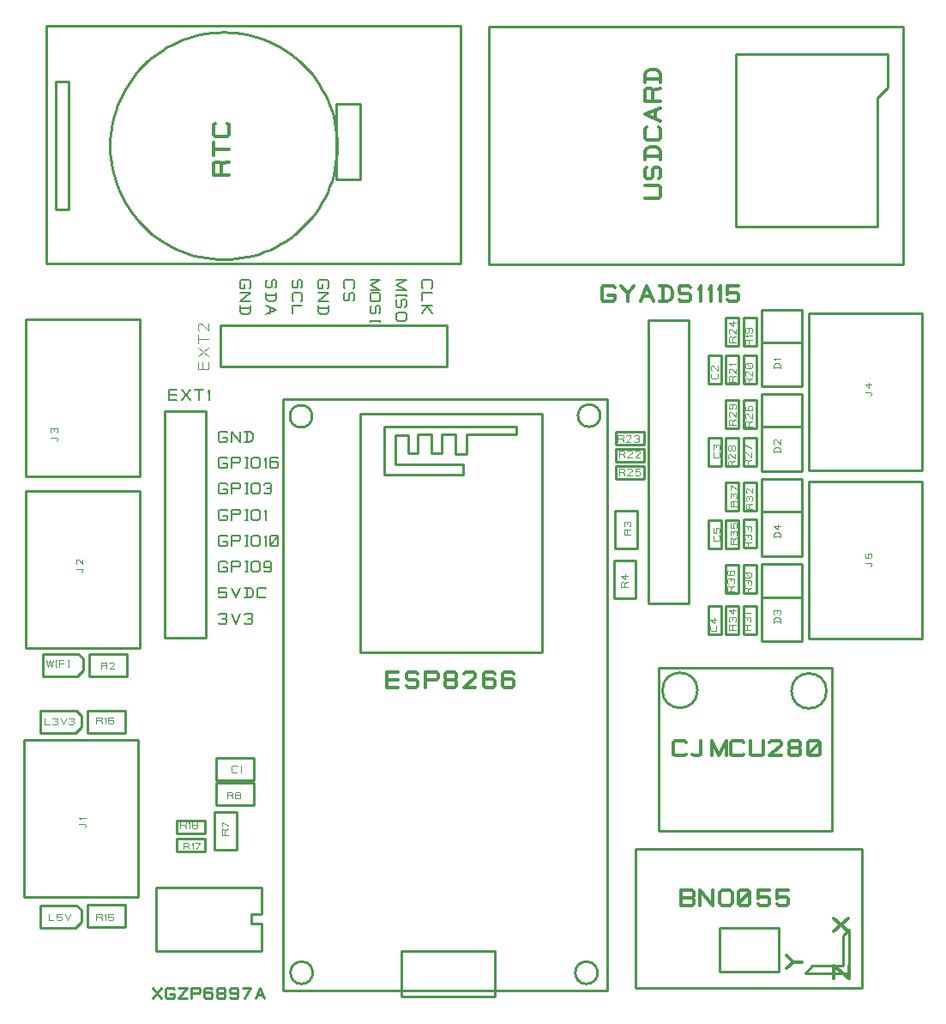
<source format=gbr>
G70*
%FSLAX55Y55*%
%ADD11C,0.01000*%
%ADD12C,0.00800*%
%ADD13C,0.00394*%
%ADD14C,0.01200*%
%ADD15C,0.00100*%
D11*
X55402Y237250D02*
X55402Y149219D01*
X71228Y149219*
X71228Y237250*
X55402Y237250*
D12*
X56996Y240557D02*
X59913Y241599*
X56996Y241599D01*
X56996Y245557*
X59913Y245557*
X59913Y243682D02*
X56996Y243682D01*
X61995Y241599D02*
X65329Y245557D01*
X61995Y245557D02*
X65329Y241599D01*
X66995Y245557D02*
X70328Y245557D01*
X68661Y245557D02*
X68661Y241599D01*
X72723Y241599D02*
X72723Y245557D01*
X72307Y244724*
D11*
X45579Y145479D02*
X45579Y206502D01*
X01287Y206502*
X01287Y145479*
X45579Y145479*
D13*
X23925Y174809D02*
X23007Y174809*
X23269Y175072D01*
X23269Y175859*
X23007Y176122*
X20776Y176122*
X21038Y177959D02*
X20776Y178221D01*
X20776Y179534*
X21038Y179796*
X21563Y179796*
X21825Y179534*
X23269Y177959*
X23269Y179796*
D11*
X59764Y78491D02*
X70764Y78491D01*
X70764Y73491*
X59764Y73491*
X59764Y78491*
D13*
X61327Y74809D02*
X61327Y75466*
X61327Y77959D01*
X63164Y77959*
X63426Y77697*
X63426Y77040*
X63164Y76778*
X61327Y76778*
X62902Y76778D02*
X63164Y76778D01*
X63426Y75466*
X64935Y75466D02*
X64935Y77959D01*
X64673Y77434*
X66051Y75728D02*
X66051Y76515D01*
X66313Y76778*
X67626Y76778*
X67888Y77040*
X67888Y77697*
X67626Y77959*
X66313Y77959*
X66051Y77697*
X66051Y77040*
X66313Y76778*
X67626Y76778*
X67888Y76515*
X67888Y75728*
X67626Y75466*
X66313Y75466*
X66051Y75728*
D11*
X89949Y84416D02*
X75185Y84416D01*
X75185Y92920*
X89949Y92920*
X89949Y84416*
D13*
X79437Y86227D02*
X79437Y86883*
X79437Y89376D01*
X81274Y89376*
X81537Y89114*
X81537Y88458*
X81274Y88195*
X79437Y88195*
X81012Y88195D02*
X81274Y88195D01*
X81537Y86883*
X82586Y87145D02*
X82586Y87933D01*
X82849Y88195*
X84161Y88195*
X84424Y88458*
X84424Y89114*
X84161Y89376*
X82849Y89376*
X82586Y89114*
X82586Y88458*
X82849Y88195*
X84161Y88195*
X84424Y87933*
X84424Y87145*
X84161Y86883*
X82849Y86883*
X82586Y87145*
D11*
X121996Y327250D02*
X131130Y327250D01*
X131130Y356620*
X121996Y356620*
X121996Y327250*
X12744Y315597D02*
X17823Y315597D01*
X17823Y365243*
X12744Y365243*
X12744Y315597*
X09319Y386975D02*
X09319Y294534D01*
X170382Y294534*
X170382Y386975*
X09319Y386975*
X78138Y296306D02*
X75827Y296366D01*
X73525Y296547*
X71233Y296848*
X68962Y297270*
X66715Y297809*
X64500Y298465*
X62322Y299237*
X60187Y300121*
X58101Y301116*
X56071Y302218*
X54101Y303425*
X52196Y304735*
X50363Y306141*
X48606Y307642*
X46930Y309232*
X45341Y310908*
X43840Y312664*
X42433Y314498*
X41124Y316403*
X39917Y318372*
X38815Y320403*
X37819Y322488*
X36935Y324623*
X36163Y326802*
X35507Y329017*
X34969Y331264*
X34547Y333535*
X34245Y335827*
X34065Y338129*
X34004Y340439*
X34065Y342750*
X34245Y345052*
X34547Y347344*
X34969Y349615*
X35507Y351862*
X36163Y354077*
X36935Y356255*
X37819Y358391*
X38815Y360476*
X39917Y362506*
X41124Y364476*
X42433Y366381*
X43840Y368214*
X45341Y369971*
X46930Y371647*
X48606Y373237*
X50363Y374737*
X52196Y376144*
X54101Y377453*
X56071Y378660*
X58101Y379762*
X60187Y380758*
X62322Y381642*
X64500Y382414*
X66715Y383070*
X68962Y383609*
X71233Y384030*
X73525Y384332*
X75827Y384513*
X78138Y384573*
X80448Y384513*
X82751Y384332*
X85042Y384030*
X87314Y383609*
X89561Y383070*
X91775Y382414*
X93954Y381642*
X96089Y380758*
X98175Y379762*
X100205Y378660*
X102174Y377453*
X104079Y376144*
X105913Y374737*
X107669Y373237*
X109345Y371647*
X110935Y369971*
X112436Y368214*
X113842Y366381*
X115152Y364476*
X116359Y362506*
X117461Y360476*
X118456Y358391*
X119340Y356255*
X120112Y354077*
X120768Y351862*
X121307Y349615*
X121729Y347344*
X122031Y345052*
X122211Y342750*
X122272Y340439*
X122211Y338129*
X122031Y335827*
X121729Y333535*
X121307Y331264*
X120768Y329017*
X120112Y326802*
X119340Y324623*
X118456Y322488*
X117461Y320403*
X116359Y318372*
X115152Y316403*
X113842Y314498*
X112436Y312664*
X110935Y310908*
X109345Y309232*
X107669Y307642*
X105913Y306141*
X104079Y304735*
X102174Y303425*
X100205Y302218*
X98175Y301116*
X96089Y300121*
X93954Y299237*
X91775Y298465*
X89561Y297809*
X87314Y297270*
X85042Y296848*
X82751Y296547*
X80448Y296366*
X78138Y296306*
D14*
X81799Y329140D02*
X80237Y329140*
X74299Y329140D01*
X74299Y333515*
X74924Y334140*
X76487Y334140*
X77112Y333515*
X77112Y329140*
X77112Y332890D02*
X77112Y333515D01*
X80237Y334140*
X74299Y336640D02*
X74299Y341640D01*
X74299Y339140D02*
X80237Y339140D01*
X79612Y349139D02*
X80237Y348514D01*
X80237Y344764*
X79612Y344139*
X74924Y344139*
X74299Y344764*
X74299Y348514*
X74924Y349139*
D11*
X108217Y231030D02*
G75*
G02X108217Y239691I00000J04331D01*
G02X108217Y231030I00000J-04331*
G01X101209Y242054D02*
X101209Y12369D01*
X227114Y12369*
X227114Y242054*
X101209Y242054*
X220185Y231266D02*
G75*
G02X220185Y239928I00000J04331D01*
G02X220185Y231266I00000J-04331*
G01X147193Y09888D02*
X183689Y09888D01*
X183689Y27644*
X147193Y27644*
X147193Y09888*
X108453Y14928D02*
G75*
G02X108453Y23589I00000J04331D01*
G02X108453Y14928I00000J-04331*
G01X219161Y14928D02*
G75*
G02X219161Y23589I00000J04331D01*
G02X219161Y14928I00000J-04331*
G01X131248Y143628D02*
X201917Y143628D01*
X201917Y236345*
X131248Y236345*
X131248Y143628*
X191917Y231306D02*
X140736Y231306D01*
X140736Y212802*
X171406Y212802*
X171406Y216620*
X144791Y216620*
X144791Y227998*
X149870Y227998*
X149870Y221148*
X153689Y221148*
X153689Y228274*
X159004Y228274*
X159004Y220912*
X163059Y220912*
X163059Y228274*
X168374Y228274*
X168374Y220676*
X172429Y220676*
X172429Y228510*
X191917Y228510*
X191917Y231306*
D14*
X141642Y128353D02*
X146017Y129915*
X141642Y129915D01*
X141642Y135853*
X146017Y135853*
X146017Y133040D02*
X141642Y133040D01*
X149141Y130540D02*
X149766Y129915D01*
X152891Y129915*
X153516Y130540*
X153516Y132415*
X152891Y133040*
X149766Y133040*
X149141Y133665*
X149141Y135228*
X149766Y135853*
X152891Y135853*
X153516Y135228*
X156641Y129915D02*
X156641Y135853D01*
X161016Y135853*
X161641Y135228*
X161641Y133665*
X161016Y133040*
X156641Y133040*
X164140Y130540D02*
X164140Y132415D01*
X164765Y133040*
X167890Y133040*
X168515Y133665*
X168515Y135228*
X167890Y135853*
X164765Y135853*
X164140Y135228*
X164140Y133665*
X164765Y133040*
X167890Y133040*
X168515Y132415*
X168515Y130540*
X167890Y129915*
X164765Y129915*
X164140Y130540*
X171640Y135228D02*
X172265Y135853D01*
X175390Y135853*
X176015Y135228*
X176015Y133978*
X175390Y133353*
X171640Y129915*
X176015Y129915*
X179139Y132728D02*
X179764Y133353D01*
X182889Y133353*
X183514Y132728*
X183514Y130540*
X182889Y129915*
X179764Y129915*
X179139Y130540*
X179139Y135228*
X179764Y135853*
X182889Y135853*
X183514Y135228*
X186639Y132728D02*
X187264Y133353D01*
X190389Y133353*
X191014Y132728*
X191014Y130540*
X190389Y129915*
X187264Y129915*
X186639Y130540*
X186639Y135228*
X187264Y135853*
X190389Y135853*
X191014Y135228*
D11*
X76839Y254711D02*
X164870Y254711D01*
X164870Y270538*
X76839Y270538*
X76839Y254711*
D15*
X73138Y253550D02*
X72096Y256466*
X72096Y253550D01*
X68138Y253550*
X68138Y256466*
X70013Y256466D02*
X70013Y253550D01*
X72096Y258549D02*
X68138Y261882D01*
X68138Y258549D02*
X72096Y261882D01*
X68138Y263548D02*
X68138Y266882D01*
X68138Y265215D02*
X72096Y265215D01*
X68554Y268548D02*
X68138Y268964D01*
X68138Y271048*
X68554Y271464*
X69388Y271464*
X69804Y271048*
X72096Y268548*
X72096Y271464*
D11*
X40736Y134416D02*
X25972Y134416D01*
X25972Y142920*
X40736Y142920*
X40736Y134416*
D13*
X30618Y136620D02*
X30618Y137277*
X30618Y139770D01*
X32455Y139770*
X32718Y139508*
X32718Y138851*
X32455Y138589*
X30618Y138589*
X32193Y138589D02*
X32455Y138589D01*
X32718Y137277*
X33767Y139508D02*
X34030Y139770D01*
X35342Y139770*
X35605Y139508*
X35605Y138983*
X35342Y138720*
X33767Y137277*
X35605Y137277*
D11*
X06996Y45479D02*
X20894Y45479D01*
X22783Y43589*
X22783Y38943*
X20539Y36699*
X06996Y36699*
X06996Y45479*
D13*
X10147Y38983D02*
X11984Y39639*
X10147Y39639D01*
X10147Y42132*
X13296Y39901D02*
X13558Y39639D01*
X14871Y39639*
X15133Y39901*
X15133Y40820*
X14871Y41082*
X13558Y41082*
X13296Y40820*
X13296Y42132*
X15133Y42132*
X16445Y42132D02*
X17495Y39639D01*
X18545Y42132*
D11*
X06996Y121069D02*
X20894Y121069D01*
X22783Y119180*
X22783Y114534*
X20539Y112290*
X06996Y112290*
X06996Y121069*
D13*
X08572Y114967D02*
X10409Y115623*
X08572Y115623D01*
X08572Y118117*
X11721Y117854D02*
X11984Y118117D01*
X13296Y118117*
X13559Y117854*
X13559Y117198*
X13296Y116935*
X12509Y116935*
X13296Y116935*
X13559Y116673*
X13559Y116017*
X13296Y115623*
X11984Y115623*
X11721Y115886*
X14871Y118117D02*
X15921Y115623D01*
X16970Y118117*
X18020Y117854D02*
X18282Y118117D01*
X19595Y118117*
X19857Y117854*
X19857Y117198*
X19595Y116935*
X18807Y116935*
X19595Y116935*
X19857Y116673*
X19857Y116017*
X19595Y115623*
X18282Y115623*
X18020Y115886*
D11*
X230382Y183983D02*
X230382Y198746D01*
X238886Y198746*
X238886Y183983*
X230382Y183983*
D13*
X236917Y189376D02*
X236261Y189376*
X233768Y189376D01*
X233768Y191214*
X234030Y191476*
X234686Y191476*
X234949Y191214*
X234949Y189376*
X234949Y190951D02*
X234949Y191214D01*
X236261Y191476*
X234030Y192526D02*
X233768Y192788D01*
X233768Y194100*
X234030Y194363*
X234686Y194363*
X234949Y194100*
X234949Y193313*
X234949Y194100*
X235211Y194363*
X235867Y194363*
X236261Y194100*
X236261Y192788*
X235999Y192526*
D11*
X336169Y376069D02*
X336169Y362920D01*
X332114Y358865*
X332114Y309180*
X277114Y309180*
X277114Y376069*
X336169Y376069*
X181169Y386660D02*
X181169Y294219D01*
X342232Y294219*
X342232Y386660*
X181169Y386660*
D14*
X249516Y320085D02*
X242016Y320085*
X247328Y320085D01*
X247953Y320710*
X247953Y324460*
X247328Y325085*
X242016Y325085*
X247328Y327585D02*
X247953Y328210D01*
X247953Y331335*
X247328Y331960*
X245453Y331960*
X244828Y331335*
X244828Y328210*
X244203Y327585*
X242641Y327585*
X242016Y328210*
X242016Y331335*
X242641Y331960*
X242016Y335084D02*
X242016Y338209D01*
X242641Y339459*
X243891Y340084*
X246078Y340084*
X247328Y339459*
X247953Y338209*
X247953Y335084*
X247953Y336334D02*
X242016Y336334D01*
X247328Y347584D02*
X247953Y346959D01*
X247953Y343209*
X247328Y342584*
X242641Y342584*
X242016Y343209*
X242016Y346959*
X242641Y347584*
X247953Y350083D02*
X242016Y352583D01*
X247953Y355083*
X245766Y351021D02*
X245766Y354146D01*
X247953Y357583D02*
X242016Y357583D01*
X242016Y361958*
X242641Y362583*
X244203Y362583*
X244828Y361958*
X244828Y357583*
X244828Y361333D02*
X244828Y361958D01*
X247953Y362583*
X242016Y365082D02*
X242016Y368207D01*
X242641Y369457*
X243891Y370082*
X246078Y370082*
X247328Y369457*
X247953Y368207*
X247953Y365082*
X247953Y366332D02*
X242016Y366332D01*
D11*
X83217Y81778D02*
X83217Y67014D01*
X74713Y67014*
X74713Y81778*
X83217Y81778*
D13*
X80618Y72841D02*
X79962Y72841*
X77469Y72841D01*
X77469Y74678*
X77731Y74941*
X78387Y74941*
X78650Y74678*
X78650Y72841*
X78650Y74416D02*
X78650Y74678D01*
X79962Y74941*
X77469Y75990D02*
X77469Y77827D01*
X79962Y76253*
D11*
X326406Y67211D02*
X238374Y67211D01*
X238374Y13510*
X326406Y13510*
X326406Y67211*
X321209Y19061D02*
X304201Y19061D01*
X306996Y21857*
X318925Y21857*
X318925Y33746*
X321209Y36030*
X321209Y19061*
X270776Y36817D02*
X270776Y19809D01*
X294043Y19809*
X294043Y36817*
X270776Y36817*
D14*
X322606Y35381D02*
X321044Y35381*
X315106Y40381D01*
X315106Y35381D02*
X321044Y40381D01*
X304378Y20932D02*
X296878Y20932*
X299690Y23432D01*
X296878Y25932*
X299690Y23432D02*
X302815Y23432D01*
X322882Y16877D02*
X315382Y16877*
X315382Y21877D01*
X321319Y16877*
X321319Y21877*
X255815Y43707D02*
X255815Y45270*
X255815Y51207D01*
X260190Y51207*
X260815Y50582*
X260815Y49020*
X260190Y48395*
X255815Y48395D02*
X260190Y48395D01*
X260815Y47770*
X260815Y45895*
X260190Y45270*
X255815Y45270*
X263314Y45270D02*
X263314Y51207D01*
X268314Y45270*
X268314Y51207*
X275814Y46207D02*
X274876Y45270D01*
X271751Y45270*
X270814Y46207*
X270814Y50270*
X271751Y51207*
X274876Y51207*
X275814Y50270*
X275814Y46207*
X282689Y45895D02*
X282064Y45270D01*
X278939Y45270*
X278314Y45895*
X278314Y50582*
X278939Y51207*
X282064Y51207*
X282689Y50582*
X282689Y45895*
X278314Y45895D02*
X282689Y50582D01*
X285813Y45895D02*
X286438Y45270D01*
X289563Y45270*
X290188Y45895*
X290188Y48082*
X289563Y48707*
X286438Y48707*
X285813Y48082*
X285813Y51207*
X290188Y51207*
X293313Y45895D02*
X293938Y45270D01*
X297063Y45270*
X297688Y45895*
X297688Y48082*
X297063Y48707*
X293938Y48707*
X293313Y48082*
X293313Y51207*
X297688Y51207*
D11*
X266701Y183876D02*
X266701Y194876D01*
X271701Y194876*
X271701Y183876*
X266701Y183876*
D13*
X271563Y187014D02*
X270644Y189114*
X270907Y188851D01*
X270907Y187277*
X270644Y187014*
X268676Y187014*
X268413Y187277*
X268413Y188851*
X268676Y189114*
X270644Y190163D02*
X270907Y190426D01*
X270907Y191738*
X270644Y192001*
X269726Y192001*
X269463Y191738*
X269463Y190426*
X269726Y190163*
X268413Y190163*
X268413Y192001*
D11*
X285087Y259050D02*
X285087Y248050D01*
X280087Y248050*
X280087Y259050*
X285087Y259050*
D13*
X284161Y247795D02*
X283505Y247795*
X281012Y247795D01*
X281012Y249632*
X281274Y249894*
X281930Y249894*
X282193Y249632*
X282193Y247795*
X282193Y249369D02*
X282193Y249632D01*
X283505Y249894*
X281274Y250944D02*
X281012Y251206D01*
X281012Y252519*
X281274Y252781*
X281799Y252781*
X282062Y252519*
X283505Y250944*
X283505Y252781*
X283243Y255930D02*
X283505Y255668D01*
X283505Y254356*
X283243Y254093*
X281274Y254093*
X281012Y254356*
X281012Y255668*
X281274Y255930*
X283243Y255930*
X283243Y254093D02*
X281274Y255930D01*
D11*
X45579Y212014D02*
X45579Y273038D01*
X01287Y273038*
X01287Y212014*
X45579Y212014*
D13*
X14083Y225794D02*
X13164Y225794*
X13427Y226056D01*
X13427Y226844*
X13164Y227106*
X10933Y227106*
X11196Y228943D02*
X10933Y229205D01*
X10933Y230518*
X11196Y230780*
X11852Y230780*
X12114Y230518*
X12114Y229730*
X12114Y230518*
X12377Y230780*
X13033Y230780*
X13427Y230518*
X13427Y229205*
X13164Y228943*
D11*
X75224Y102605D02*
X89988Y102605D01*
X89988Y94101*
X75224Y94101*
X75224Y102605*
D13*
X81406Y96463D02*
X83505Y97382*
X83243Y97119D01*
X81668Y97119*
X81406Y97382*
X81406Y99350*
X81668Y99613*
X83243Y99613*
X83505Y99350*
X85014Y97119D02*
X85014Y99613D01*
X84752Y99088*
D11*
X07783Y143117D02*
X21681Y143117D01*
X23571Y141227*
X23571Y136581*
X21327Y134337*
X07783Y134337*
X07783Y143117*
D13*
X09359Y137408D02*
X09359Y140557*
X10015Y138064D01*
X10672Y140557*
X11328Y138064*
X11984Y140557*
X13033Y138064D02*
X13033Y140557D01*
X12771Y138064D02*
X13296Y138064D01*
X12771Y140557D02*
X13296Y140557D01*
X14083Y138064D02*
X14083Y140557D01*
X15920Y140557*
X15920Y139376D02*
X14083Y139376D01*
X17757Y138064D02*
X17757Y140557D01*
X17495Y138064D02*
X18020Y138064D01*
X17495Y140557D02*
X18020Y140557D01*
D11*
X312469Y128707D02*
G75*
G02X298846Y128707I-06811J00000D01*
G02X312469Y128707I06811J00000*
G01X262311Y128943D02*
G75*
G02X248689Y128943I-06811J00000D01*
G02X262311Y128943I06811J00000*
G01X247114Y74337D02*
X314594Y74337D01*
X314594Y137605*
X247114Y137605*
X247114Y74337*
D14*
X252905Y101955D02*
X257905Y104143*
X257280Y103518D01*
X253530Y103518*
X252905Y104143*
X252905Y108830*
X253530Y109455*
X257280Y109455*
X257905Y108830*
X260405Y104143D02*
X261030Y103518D01*
X262905Y103518*
X263530Y104143*
X263530Y109455*
X267904Y103518D02*
X267904Y109455D01*
X270717Y103518*
X273529Y109455*
X273529Y103518*
X280404Y104143D02*
X279779Y103518D01*
X276029Y103518*
X275404Y104143*
X275404Y108830*
X276029Y109455*
X279779Y109455*
X280404Y108830*
X282903Y109455D02*
X282903Y104143D01*
X283528Y103518*
X287278Y103518*
X287903Y104143*
X287903Y109455*
X290403Y108830D02*
X291028Y109455D01*
X294153Y109455*
X294778Y108830*
X294778Y107580*
X294153Y106955*
X290403Y103518*
X294778Y103518*
X297903Y104143D02*
X297903Y106018D01*
X298528Y106643*
X301653Y106643*
X302278Y107268*
X302278Y108830*
X301653Y109455*
X298528Y109455*
X297903Y108830*
X297903Y107268*
X298528Y106643*
X301653Y106643*
X302278Y106018*
X302278Y104143*
X301653Y103518*
X298528Y103518*
X297903Y104143*
X309777Y104143D02*
X309152Y103518D01*
X306027Y103518*
X305402Y104143*
X305402Y108830*
X306027Y109455*
X309152Y109455*
X309777Y108830*
X309777Y104143*
X305402Y104143D02*
X309777Y108830D01*
D11*
X92823Y52329D02*
X51878Y52329D01*
X51878Y27802*
X92823Y27802*
X92823Y38195*
X88886Y38195*
X88886Y42132*
X92823Y42132*
X92823Y52329*
X50697Y08274D02*
X50697Y09316*
X54030Y13274D01*
X50697Y13274D02*
X54030Y09316D01*
X57363Y10982D02*
X59030Y10982D01*
X59030Y09732*
X58613Y09316*
X56113Y09316*
X55696Y09732*
X55696Y12857*
X56113Y13274*
X58613Y13274*
X59030Y12857*
X60696Y13274D02*
X64029Y13274D01*
X60696Y09316*
X64029Y09316*
X65695Y09316D02*
X65695Y13274D01*
X68612Y13274*
X69028Y12857*
X69028Y11816*
X68612Y11399*
X65695Y11399*
X70694Y11191D02*
X71111Y11607D01*
X73194Y11607*
X73611Y11191*
X73611Y09732*
X73194Y09316*
X71111Y09316*
X70694Y09732*
X70694Y12857*
X71111Y13274*
X73194Y13274*
X73611Y12857*
X75694Y09732D02*
X75694Y10982D01*
X76110Y11399*
X78194Y11399*
X78610Y11816*
X78610Y12857*
X78194Y13274*
X76110Y13274*
X75694Y12857*
X75694Y11816*
X76110Y11399*
X78194Y11399*
X78610Y10982*
X78610Y09732*
X78194Y09316*
X76110Y09316*
X75694Y09732*
X83610Y11607D02*
X83193Y11191D01*
X80901Y11191*
X80693Y11607*
X80693Y12857*
X81110Y13274*
X83193Y13274*
X83610Y12857*
X83610Y09732*
X83193Y09316*
X81110Y09316*
X80693Y09732*
X85692Y13274D02*
X88609Y13274D01*
X86109Y09316*
X90692Y09316D02*
X92358Y13274D01*
X94025Y09316*
X91317Y10774D02*
X93400Y10774D01*
X285087Y209837D02*
X285087Y198837D01*
X280087Y198837*
X280087Y209837*
X285087Y209837*
D13*
X284299Y199220D02*
X283643Y199220*
X281150Y199220D01*
X281150Y201057*
X281412Y201320*
X282068Y201320*
X282331Y201057*
X282331Y199220*
X282331Y200795D02*
X282331Y201057D01*
X283643Y201320*
X281412Y202369D02*
X281150Y202632D01*
X281150Y203944*
X281412Y204206*
X282068Y204206*
X282331Y203944*
X282331Y203157*
X282331Y203944*
X282593Y204206*
X283249Y204206*
X283643Y203944*
X283643Y202632*
X283381Y202369*
X281412Y205518D02*
X281150Y205781D01*
X281150Y207093*
X281412Y207356*
X281937Y207356*
X282199Y207093*
X283643Y205518*
X283643Y207356*
D11*
X243197Y272841D02*
X243197Y162841D01*
X259024Y162841*
X259024Y272841*
X243197Y272841*
D14*
X225106Y278353D02*
X227606Y282415*
X230106Y282415D01*
X230106Y280540*
X229481Y279915*
X225731Y279915*
X225106Y280540*
X225106Y285228*
X225731Y285853*
X229481Y285853*
X230106Y285228*
X232606Y285853D02*
X235106Y283040D01*
X237606Y285853*
X235106Y283040D02*
X235106Y279915D01*
X240105Y279915D02*
X242605Y285853D01*
X245105Y279915*
X241043Y282103D02*
X244168Y282103D01*
X247605Y285853D02*
X250730Y285853D01*
X251980Y285228*
X252605Y283978*
X252605Y281790*
X251980Y280540*
X250730Y279915*
X247605Y279915*
X248855Y279915D02*
X248855Y285853D01*
X255104Y280540D02*
X255729Y279915D01*
X258854Y279915*
X259479Y280540*
X259479Y282415*
X258854Y283040*
X255729Y283040*
X255104Y283665*
X255104Y285228*
X255729Y285853*
X258854Y285853*
X259479Y285228*
X263698Y279915D02*
X263698Y285853D01*
X263073Y284603*
X267447Y279915D02*
X267447Y285853D01*
X266822Y284603*
X271197Y279915D02*
X271197Y285853D01*
X270572Y284603*
X273853Y280540D02*
X274478Y279915D01*
X277603Y279915*
X278228Y280540*
X278228Y282728*
X277603Y283353*
X274478Y283353*
X273853Y282728*
X273853Y285853*
X278228Y285853*
D11*
X266701Y150806D02*
X266701Y161806D01*
X271701Y161806*
X271701Y150806*
X266701Y150806*
D13*
X270382Y151975D02*
X269463Y154075*
X269726Y153812D01*
X269726Y152237*
X269463Y151975*
X267495Y151975*
X267232Y152237*
X267232Y153812*
X267495Y154075*
X269726Y156436D02*
X267232Y156436D01*
X268807Y155124*
X268807Y156961*
D11*
X44791Y48628D02*
X44791Y109652D01*
X00500Y109652*
X00500Y48628*
X44791Y48628*
D13*
X25106Y75597D02*
X24188Y75597*
X24450Y75859D01*
X24450Y76647*
X24188Y76909*
X21957Y76909*
X24450Y79205D02*
X21957Y79205D01*
X22482Y78943*
D11*
X273394Y248050D02*
X273394Y259050D01*
X278394Y259050*
X278394Y248050*
X273394Y248050*
D13*
X277862Y248825D02*
X277206Y248825*
X274713Y248825D01*
X274713Y250662*
X274975Y250925*
X275631Y250925*
X275894Y250662*
X275894Y248825*
X275894Y250400D02*
X275894Y250662D01*
X277206Y250925*
X274975Y251974D02*
X274713Y252237D01*
X274713Y253549*
X274975Y253812*
X275500Y253812*
X275762Y253549*
X277206Y251974*
X277206Y253812*
X277206Y255583D02*
X274713Y255583D01*
X275238Y255321*
D11*
X273394Y150806D02*
X273394Y161806D01*
X278394Y161806*
X278394Y150806*
X273394Y150806*
D13*
X277862Y152369D02*
X277206Y152369*
X274713Y152369D01*
X274713Y154206*
X274975Y154468*
X275631Y154468*
X275894Y154206*
X275894Y152369*
X275894Y153943D02*
X275894Y154206D01*
X277206Y154468*
X274975Y155518D02*
X274713Y155780D01*
X274713Y157093*
X274975Y157355*
X275631Y157355*
X275894Y157093*
X275894Y156305*
X275894Y157093*
X276156Y157355*
X276812Y157355*
X277206Y157093*
X277206Y155780*
X276944Y155518*
X277206Y159979D02*
X274713Y159979D01*
X276287Y158667*
X276287Y160504*
D11*
X266701Y248050D02*
X266701Y259050D01*
X271701Y259050*
X271701Y248050*
X266701Y248050*
D13*
X270776Y250006D02*
X269857Y252106*
X270119Y251844D01*
X270119Y250269*
X269857Y250006*
X267888Y250006*
X267626Y250269*
X267626Y251844*
X267888Y252106*
X267888Y253156D02*
X267626Y253418D01*
X267626Y254730*
X267888Y254993*
X268413Y254993*
X268676Y254730*
X270119Y253156*
X270119Y254993*
D11*
X305421Y275400D02*
X305421Y214376D01*
X349713Y214376*
X349713Y275400*
X305421Y275400*
D13*
X330618Y243314D02*
X329699Y243314*
X329962Y243576D01*
X329962Y244364*
X329699Y244626*
X327469Y244626*
X329962Y247776D02*
X327469Y247776D01*
X329043Y246463*
X329043Y248301*
D11*
X241630Y210892D02*
X230630Y210892D01*
X230630Y215892*
X241630Y215892*
X241630Y210892*
D13*
X231800Y211817D02*
X231800Y212473*
X231800Y214967D01*
X233637Y214967*
X233900Y214704*
X233900Y214048*
X233637Y213786*
X231800Y213786*
X233375Y213786D02*
X233637Y213786D01*
X233900Y212473*
X234949Y214704D02*
X235212Y214967D01*
X236524Y214967*
X236787Y214704*
X236787Y214180*
X236524Y213917*
X234949Y212473*
X236787Y212473*
X238099Y212736D02*
X238361Y212473D01*
X239674Y212473*
X239936Y212736*
X239936Y213655*
X239674Y213917*
X238361Y213917*
X238099Y213655*
X238099Y214967*
X239936Y214967*
D11*
X59764Y71404D02*
X70764Y71404D01*
X70764Y66404*
X59764Y66404*
X59764Y71404*
D13*
X62508Y66542D02*
X62508Y67198*
X62508Y69691D01*
X64345Y69691*
X64608Y69429*
X64608Y68773*
X64345Y68510*
X62508Y68510*
X64083Y68510D02*
X64345Y68510D01*
X64608Y67198*
X66116Y67198D02*
X66116Y69691D01*
X65854Y69166*
X67232Y69691D02*
X69069Y69691D01*
X67494Y67198*
D11*
X39949Y112369D02*
X25185Y112369D01*
X25185Y120872*
X39949Y120872*
X39949Y112369*
D13*
X28650Y115361D02*
X28650Y116017*
X28650Y118510D01*
X30487Y118510*
X30749Y118248*
X30749Y117592*
X30487Y117329*
X28650Y117329*
X30224Y117329D02*
X30487Y117329D01*
X30749Y116017*
X32258Y116017D02*
X32258Y118510D01*
X31996Y117985*
X33374Y117198D02*
X33636Y117460D01*
X34948Y117460*
X35211Y117198*
X35211Y116279*
X34948Y116017*
X33636Y116017*
X33374Y116279*
X33374Y118248*
X33636Y118510*
X34948Y118510*
X35211Y118248*
D11*
X305421Y210046D02*
X305421Y149022D01*
X349713Y149022*
X349713Y210046*
X305421Y210046*
D13*
X330618Y177172D02*
X329699Y177172*
X329962Y177435D01*
X329962Y178222*
X329699Y178485*
X327469Y178485*
X329699Y180322D02*
X329962Y180584D01*
X329962Y181896*
X329699Y182159*
X328781Y182159*
X328518Y181896*
X328518Y180584*
X328781Y180322*
X327469Y180322*
X327469Y182159*
D11*
X273394Y166554D02*
X273394Y177554D01*
X278394Y177554*
X278394Y166554*
X273394Y166554*
D13*
X277075Y167329D02*
X276419Y167329*
X273925Y167329D01*
X273925Y169166*
X274188Y169429*
X274844Y169429*
X275106Y169166*
X275106Y167329*
X275106Y168904D02*
X275106Y169166D01*
X276419Y169429*
X274188Y170478D02*
X273925Y170741D01*
X273925Y172053*
X274188Y172316*
X274844Y172316*
X275106Y172053*
X275106Y171266*
X275106Y172053*
X275369Y172316*
X276025Y172316*
X276419Y172053*
X276419Y170741*
X276156Y170478*
X275238Y173628D02*
X274975Y173890D01*
X274975Y175203*
X275238Y175465*
X276156Y175465*
X276419Y175203*
X276419Y173890*
X276156Y173628*
X274188Y173628*
X273925Y173890*
X273925Y175203*
X274188Y175465*
D11*
X39949Y37172D02*
X25185Y37172D01*
X25185Y45676*
X39949Y45676*
X39949Y37172*
D13*
X28650Y38983D02*
X28650Y39639*
X28650Y42132D01*
X30487Y42132*
X30749Y41870*
X30749Y41214*
X30487Y40951*
X28650Y40951*
X30224Y40951D02*
X30487Y40951D01*
X30749Y39639*
X32258Y39639D02*
X32258Y42132D01*
X31996Y41607*
X33374Y39901D02*
X33636Y39639D01*
X34948Y39639*
X35211Y39901*
X35211Y40820*
X34948Y41082*
X33636Y41082*
X33374Y40820*
X33374Y42132*
X35211Y42132*
D11*
X287311Y246857D02*
X287311Y276778D01*
X303059Y276778*
X303059Y246857*
X287311Y246857*
X303059Y263943D02*
X287311Y263943D01*
D13*
X295185Y253943D02*
X292035Y253943*
X292035Y255256D01*
X292298Y255781*
X292823Y256043*
X293741Y256043*
X294266Y255781*
X294529Y255256*
X294529Y253943*
X294529Y254468D02*
X292035Y254468D01*
X294529Y257552D02*
X292035Y257552D01*
X292560Y257289*
D11*
X285087Y161806D02*
X285087Y150806D01*
X280087Y150806*
X280087Y161806*
X285087Y161806*
D13*
X283512Y152369D02*
X282856Y152369*
X280362Y152369D01*
X280362Y154207*
X280625Y154469*
X281281Y154469*
X281543Y154207*
X281543Y152369*
X281543Y153944D02*
X281543Y154207D01*
X282856Y154469*
X280625Y155519D02*
X280362Y155781D01*
X280362Y157093*
X280625Y157356*
X281281Y157356*
X281543Y157093*
X281543Y156306*
X281543Y157093*
X281806Y157356*
X282462Y157356*
X282856Y157093*
X282856Y155781*
X282593Y155519*
X282856Y159127D02*
X280362Y159127D01*
X280887Y158865*
D11*
X285087Y195270D02*
X285087Y184270D01*
X280087Y184270*
X280087Y195270*
X285087Y195270*
D13*
X283768Y184409D02*
X283112Y184409*
X280618Y184409D01*
X280618Y186246*
X280881Y186509*
X281537Y186509*
X281799Y186246*
X281799Y184409*
X281799Y185984D02*
X281799Y186246D01*
X283112Y186509*
X280881Y187558D02*
X280618Y187821D01*
X280618Y189133*
X280881Y189395*
X281537Y189395*
X281799Y189133*
X281799Y188346*
X281799Y189133*
X282062Y189395*
X282718Y189395*
X283112Y189133*
X283112Y187821*
X282849Y187558*
X280881Y190707D02*
X280618Y190970D01*
X280618Y192282*
X280881Y192545*
X281537Y192545*
X281799Y192282*
X281799Y191495*
X281799Y192282*
X282062Y192545*
X282718Y192545*
X283112Y192282*
X283112Y190970*
X282849Y190707*
D11*
X273394Y230727D02*
X273394Y241727D01*
X278394Y241727*
X278394Y230727*
X273394Y230727*
D13*
X277862Y231896D02*
X277206Y231896*
X274713Y231896D01*
X274713Y233733*
X274975Y233996*
X275631Y233996*
X275894Y233733*
X275894Y231896*
X275894Y233471D02*
X275894Y233733D01*
X277206Y233996*
X274975Y235045D02*
X274713Y235308D01*
X274713Y236620*
X274975Y236883*
X275500Y236883*
X275762Y236620*
X277206Y235045*
X277206Y236883*
X275762Y240032D02*
X276025Y239769D01*
X276025Y238326*
X275762Y238195*
X274975Y238195*
X274713Y238457*
X274713Y239769*
X274975Y240032*
X276944Y240032*
X277206Y239769*
X277206Y238457*
X276944Y238195*
D11*
X238335Y179416D02*
X238335Y164652D01*
X229831Y164652*
X229831Y179416*
X238335Y179416*
D13*
X235736Y168905D02*
X235080Y168905*
X232587Y168905D01*
X232587Y170742*
X232849Y171004*
X233505Y171004*
X233768Y170742*
X233768Y168905*
X233768Y170479D02*
X233768Y170742D01*
X235080Y171004*
X235080Y173366D02*
X232587Y173366D01*
X234161Y172054*
X234161Y173891*
D11*
X273394Y198837D02*
X273394Y209837D01*
X278394Y209837*
X278394Y198837*
X273394Y198837*
D13*
X278256Y200400D02*
X277600Y200400*
X275106Y200400D01*
X275106Y202237*
X275369Y202500*
X276025Y202500*
X276287Y202237*
X276287Y200400*
X276287Y201975D02*
X276287Y202237D01*
X277600Y202500*
X275369Y203549D02*
X275106Y203812D01*
X275106Y205124*
X275369Y205387*
X276025Y205387*
X276287Y205124*
X276287Y204337*
X276287Y205124*
X276550Y205387*
X277206Y205387*
X277600Y205124*
X277600Y203812*
X277337Y203549*
X275106Y206699D02*
X275106Y208536D01*
X277600Y206961*
D11*
X285087Y241727D02*
X285087Y230727D01*
X280087Y230727*
X280087Y241727*
X285087Y241727*
D13*
X284161Y231259D02*
X283505Y231259*
X281012Y231259D01*
X281012Y233096*
X281274Y233359*
X281930Y233359*
X282193Y233096*
X282193Y231259*
X282193Y232834D02*
X282193Y233096D01*
X283505Y233359*
X281274Y234409D02*
X281012Y234671D01*
X281012Y235983*
X281274Y236246*
X281799Y236246*
X282062Y235983*
X283505Y234409*
X283505Y236246*
X282324Y237558D02*
X282062Y237820D01*
X282062Y239133*
X282324Y239395*
X283243Y239395*
X283505Y239133*
X283505Y237820*
X283243Y237558*
X281274Y237558*
X281012Y237820*
X281012Y239133*
X281274Y239395*
D11*
X285087Y177798D02*
X285087Y166798D01*
X280087Y166798*
X280087Y177798*
X285087Y177798*
D13*
X283768Y166543D02*
X283112Y166543*
X280618Y166543D01*
X280618Y168380*
X280881Y168642*
X281537Y168642*
X281799Y168380*
X281799Y166543*
X281799Y168117D02*
X281799Y168380D01*
X283112Y168642*
X280881Y169692D02*
X280618Y169954D01*
X280618Y171267*
X280881Y171529*
X281537Y171529*
X281799Y171267*
X281799Y170479*
X281799Y171267*
X282062Y171529*
X282718Y171529*
X283112Y171267*
X283112Y169954*
X282849Y169692*
X282849Y174679D02*
X283112Y174416D01*
X283112Y173104*
X282849Y172841*
X280881Y172841*
X280618Y173104*
X280618Y174416*
X280881Y174679*
X282849Y174679*
X282849Y172841D02*
X280881Y174679D01*
D11*
X273394Y216160D02*
X273394Y227160D01*
X278394Y227160*
X278394Y216160*
X273394Y216160*
D13*
X277469Y215754D02*
X276812Y215754*
X274319Y215754D01*
X274319Y217592*
X274581Y217854*
X275238Y217854*
X275500Y217592*
X275500Y215754*
X275500Y217329D02*
X275500Y217592D01*
X276812Y217854*
X274581Y218904D02*
X274319Y219166D01*
X274319Y220478*
X274581Y220741*
X275106Y220741*
X275369Y220478*
X276812Y218904*
X276812Y220741*
X276550Y222053D02*
X275762Y222053D01*
X275500Y222315*
X275500Y223628*
X275238Y223890*
X274581Y223890*
X274319Y223628*
X274319Y222315*
X274581Y222053*
X275238Y222053*
X275500Y222315*
X275500Y223628*
X275762Y223890*
X276550Y223890*
X276812Y223628*
X276812Y222315*
X276550Y222053*
D11*
X273394Y262617D02*
X273394Y273617D01*
X278394Y273617*
X278394Y262617*
X273394Y262617*
D13*
X277862Y264180D02*
X277206Y264180*
X274713Y264180D01*
X274713Y266017*
X274975Y266279*
X275631Y266279*
X275894Y266017*
X275894Y264180*
X275894Y265754D02*
X275894Y266017D01*
X277206Y266279*
X274975Y267329D02*
X274713Y267591D01*
X274713Y268904*
X274975Y269166*
X275500Y269166*
X275762Y268904*
X277206Y267329*
X277206Y269166*
X277206Y271790D02*
X274713Y271790D01*
X276287Y270478*
X276287Y272315*
D11*
X241630Y217585D02*
X230630Y217585D01*
X230630Y222585*
X241630Y222585*
X241630Y217585*
D13*
X231800Y218766D02*
X231800Y219422*
X231800Y221916D01*
X233637Y221916*
X233900Y221653*
X233900Y220997*
X233637Y220735*
X231800Y220735*
X233375Y220735D02*
X233637Y220735D01*
X233900Y219422*
X234949Y221653D02*
X235212Y221916D01*
X236524Y221916*
X236787Y221653*
X236787Y221128*
X236524Y220866*
X234949Y219422*
X236787Y219422*
X238099Y221653D02*
X238361Y221916D01*
X239674Y221916*
X239936Y221653*
X239936Y221128*
X239674Y220866*
X238099Y219422*
X239936Y219422*
D11*
X287311Y181109D02*
X287311Y211030D01*
X303059Y211030*
X303059Y181109*
X287311Y181109*
X303059Y198195D02*
X287311Y198195D01*
D13*
X295185Y188195D02*
X292035Y188195*
X292035Y189508D01*
X292298Y190033*
X292823Y190295*
X293741Y190295*
X294266Y190033*
X294529Y189508*
X294529Y188195*
X294529Y188720D02*
X292035Y188720D01*
X294529Y192657D02*
X292035Y192657D01*
X293610Y191345*
X293610Y193182*
D11*
X285087Y273617D02*
X285087Y262617D01*
X280087Y262617*
X280087Y273617*
X285087Y273617*
D13*
X284161Y263011D02*
X283505Y263011*
X281012Y263011D01*
X281012Y264848*
X281274Y265111*
X281930Y265111*
X282193Y264848*
X282193Y263011*
X282193Y264586D02*
X282193Y264848D01*
X283505Y265111*
X283505Y266620D02*
X281012Y266620D01*
X281537Y266357*
X282062Y269572D02*
X282324Y269310D01*
X282324Y267866*
X282062Y267735*
X281274Y267735*
X281012Y267997*
X281012Y269310*
X281274Y269572*
X283243Y269572*
X283505Y269310*
X283505Y267997*
X283243Y267735*
D11*
X273394Y183876D02*
X273394Y194876D01*
X278394Y194876*
X278394Y183876*
X273394Y183876*
D13*
X278256Y185833D02*
X277600Y185833*
X275106Y185833D01*
X275106Y187670*
X275369Y187933*
X276025Y187933*
X276287Y187670*
X276287Y185833*
X276287Y187408D02*
X276287Y187670D01*
X277600Y187933*
X275369Y188982D02*
X275106Y189245D01*
X275106Y190557*
X275369Y190820*
X276025Y190820*
X276287Y190557*
X276287Y189770*
X276287Y190557*
X276550Y190820*
X277206Y190820*
X277600Y190557*
X277600Y189245*
X277337Y188982*
X277337Y192132D02*
X277600Y192394D01*
X277600Y193706*
X277337Y193969*
X276419Y193969*
X276156Y193706*
X276156Y192394*
X276419Y192132*
X275106Y192132*
X275106Y193969*
D11*
X285087Y227160D02*
X285087Y216160D01*
X280087Y216160*
X280087Y227160*
X285087Y227160*
D13*
X283768Y216299D02*
X283112Y216299*
X280618Y216299D01*
X280618Y218136*
X280881Y218398*
X281537Y218398*
X281799Y218136*
X281799Y216299*
X281799Y217873D02*
X281799Y218136D01*
X283112Y218398*
X280881Y219448D02*
X280618Y219710D01*
X280618Y221023*
X280881Y221285*
X281406Y221285*
X281668Y221023*
X283112Y219448*
X283112Y221285*
X280618Y222597D02*
X280618Y224434D01*
X283112Y222860*
D11*
X287311Y148038D02*
X287311Y177959D01*
X303059Y177959*
X303059Y148038*
X287311Y148038*
X303059Y165124D02*
X287311Y165124D01*
D13*
X295185Y155124D02*
X292035Y155124*
X292035Y156437D01*
X292298Y156962*
X292823Y157224*
X293741Y157224*
X294266Y156962*
X294529Y156437*
X294529Y155124*
X294529Y155649D02*
X292035Y155649D01*
X292298Y158274D02*
X292035Y158536D01*
X292035Y159849*
X292298Y160111*
X292954Y160111*
X293217Y159849*
X293217Y159061*
X293217Y159849*
X293479Y160111*
X294135Y160111*
X294529Y159849*
X294529Y158536*
X294266Y158274*
D11*
X287311Y214180D02*
X287311Y244101D01*
X303059Y244101*
X303059Y214180*
X287311Y214180*
X303059Y231266D02*
X287311Y231266D01*
D13*
X295185Y221266D02*
X292035Y221266*
X292035Y222578D01*
X292298Y223103*
X292823Y223366*
X293741Y223366*
X294266Y223103*
X294529Y222578*
X294529Y221266*
X294529Y221791D02*
X292035Y221791D01*
X292298Y224415D02*
X292035Y224678D01*
X292035Y225990*
X292298Y226253*
X292823Y226253*
X293085Y225990*
X294529Y224415*
X294529Y226253*
D11*
X241630Y224278D02*
X230630Y224278D01*
X230630Y229278*
X241630Y229278*
X241630Y224278*
D13*
X231406Y224809D02*
X231406Y225466*
X231406Y227959D01*
X233244Y227959*
X233506Y227697*
X233506Y227040*
X233244Y226778*
X231406Y226778*
X232981Y226778D02*
X233244Y226778D01*
X233506Y225466*
X234556Y227697D02*
X234818Y227959D01*
X236131Y227959*
X236393Y227697*
X236393Y227172*
X236131Y226909*
X234556Y225466*
X236393Y225466*
X237705Y227697D02*
X237967Y227959D01*
X239280Y227959*
X239542Y227697*
X239542Y227040*
X239280Y226778*
X238492Y226778*
X239280Y226778*
X239542Y226515*
X239542Y225859*
X239280Y225466*
X237967Y225466*
X237705Y225728*
D11*
X266701Y216160D02*
X266701Y227160D01*
X271701Y227160*
X271701Y216160*
X266701Y216160*
D13*
X271563Y219298D02*
X270644Y221397*
X270907Y221135D01*
X270907Y219560*
X270644Y219298*
X268676Y219298*
X268413Y219560*
X268413Y221135*
X268676Y221397*
X268676Y222447D02*
X268413Y222709D01*
X268413Y224022*
X268676Y224284*
X269332Y224284*
X269594Y224022*
X269594Y223234*
X269594Y224022*
X269857Y224284*
X270513Y224284*
X270907Y224022*
X270907Y222709*
X270644Y222447*
D12*
X76287Y224416D02*
X77954Y227124*
X79621Y227124D01*
X79621Y225874*
X79204Y225457*
X76704Y225457*
X76287Y225874*
X76287Y228999*
X76704Y229416*
X79204Y229416*
X79621Y228999*
X81287Y225457D02*
X81287Y229416D01*
X84620Y225457*
X84620Y229416*
X86286Y229416D02*
X88369Y229416D01*
X89203Y228999*
X89619Y228166*
X89619Y226707*
X89203Y225874*
X88369Y225457*
X86286Y225457*
X87119Y225457D02*
X87119Y229416D01*
X77954Y217024D02*
X79621Y217024D01*
X79621Y215774*
X79204Y215357*
X76704Y215357*
X76287Y215774*
X76287Y218899*
X76704Y219316*
X79204Y219316*
X79621Y218899*
X81287Y215357D02*
X81287Y219316D01*
X84203Y219316*
X84620Y218899*
X84620Y217857*
X84203Y217441*
X81287Y217441*
X87119Y215357D02*
X87119Y219316D01*
X86703Y215357D02*
X87536Y215357D01*
X86703Y219316D02*
X87536Y219316D01*
X92119Y215982D02*
X91494Y215357D01*
X89411Y215357*
X88786Y215982*
X88786Y218691*
X89411Y219316*
X91494Y219316*
X92119Y218691*
X92119Y215982*
X94514Y215357D02*
X94514Y219316D01*
X94098Y218482*
X96285Y217232D02*
X96702Y217649D01*
X98785Y217649*
X99202Y217232*
X99202Y215774*
X98785Y215357*
X96702Y215357*
X96285Y215774*
X96285Y218899*
X96702Y219316*
X98785Y219316*
X99202Y218899*
X77954Y206924D02*
X79621Y206924D01*
X79621Y205674*
X79204Y205257*
X76704Y205257*
X76287Y205674*
X76287Y208799*
X76704Y209216*
X79204Y209216*
X79621Y208799*
X81287Y205257D02*
X81287Y209216D01*
X84203Y209216*
X84620Y208799*
X84620Y207757*
X84203Y207341*
X81287Y207341*
X87119Y205257D02*
X87119Y209216D01*
X86703Y205257D02*
X87536Y205257D01*
X86703Y209216D02*
X87536Y209216D01*
X92119Y205882D02*
X91494Y205257D01*
X89411Y205257*
X88786Y205882*
X88786Y208591*
X89411Y209216*
X91494Y209216*
X92119Y208591*
X92119Y205882*
X93785Y208799D02*
X94202Y209216D01*
X96285Y209216*
X96702Y208799*
X96702Y207757*
X96285Y207341*
X95035Y207341*
X96285Y207341*
X96702Y206924*
X96702Y205882*
X96285Y205257*
X94202Y205257*
X93785Y205674*
X77954Y196824D02*
X79621Y196824D01*
X79621Y195574*
X79204Y195157*
X76704Y195157*
X76287Y195574*
X76287Y198699*
X76704Y199116*
X79204Y199116*
X79621Y198699*
X81287Y195157D02*
X81287Y199116D01*
X84203Y199116*
X84620Y198699*
X84620Y197657*
X84203Y197241*
X81287Y197241*
X87119Y195157D02*
X87119Y199116D01*
X86703Y195157D02*
X87536Y195157D01*
X86703Y199116D02*
X87536Y199116D01*
X92119Y195782D02*
X91494Y195157D01*
X89411Y195157*
X88786Y195782*
X88786Y198491*
X89411Y199116*
X91494Y199116*
X92119Y198491*
X92119Y195782*
X94514Y195157D02*
X94514Y199116D01*
X94098Y198282*
X77954Y186724D02*
X79621Y186724D01*
X79621Y185474*
X79204Y185057*
X76704Y185057*
X76287Y185474*
X76287Y188599*
X76704Y189016*
X79204Y189016*
X79621Y188599*
X81287Y185057D02*
X81287Y189016D01*
X84203Y189016*
X84620Y188599*
X84620Y187557*
X84203Y187141*
X81287Y187141*
X87119Y185057D02*
X87119Y189016D01*
X86703Y185057D02*
X87536Y185057D01*
X86703Y189016D02*
X87536Y189016D01*
X92119Y185682D02*
X91494Y185057D01*
X89411Y185057*
X88786Y185682*
X88786Y188391*
X89411Y189016*
X91494Y189016*
X92119Y188391*
X92119Y185682*
X94514Y185057D02*
X94514Y189016D01*
X94098Y188182*
X99202Y185474D02*
X98785Y185057D01*
X96702Y185057*
X96285Y185474*
X96285Y188599*
X96702Y189016*
X98785Y189016*
X99202Y188599*
X99202Y185474*
X96285Y185474D02*
X99202Y188599D01*
X77954Y176624D02*
X79621Y176624D01*
X79621Y175374*
X79204Y174957*
X76704Y174957*
X76287Y175374*
X76287Y178499*
X76704Y178916*
X79204Y178916*
X79621Y178499*
X81287Y174957D02*
X81287Y178916D01*
X84203Y178916*
X84620Y178499*
X84620Y177457*
X84203Y177041*
X81287Y177041*
X87119Y174957D02*
X87119Y178916D01*
X86703Y174957D02*
X87536Y174957D01*
X86703Y178916D02*
X87536Y178916D01*
X92119Y175582D02*
X91494Y174957D01*
X89411Y174957*
X88786Y175582*
X88786Y178291*
X89411Y178916*
X91494Y178916*
X92119Y178291*
X92119Y175582*
X96702Y177249D02*
X96285Y176832D01*
X93994Y176832*
X93785Y177249*
X93785Y178499*
X94202Y178916*
X96285Y178916*
X96702Y178499*
X96702Y175374*
X96285Y174957*
X94202Y174957*
X93785Y175374*
X76287Y165274D02*
X76704Y164857D01*
X78787Y164857*
X79204Y165274*
X79204Y166732*
X78787Y167149*
X76704Y167149*
X76287Y166732*
X76287Y168816*
X79204Y168816*
X81287Y168816D02*
X82953Y164857D01*
X84620Y168816*
X86286Y168816D02*
X88369Y168816D01*
X89203Y168399*
X89619Y167566*
X89619Y166107*
X89203Y165274*
X88369Y164857*
X86286Y164857*
X87119Y164857D02*
X87119Y168816D01*
X94619Y165274D02*
X94202Y164857D01*
X91702Y164857*
X91286Y165274*
X91286Y168399*
X91702Y168816*
X94202Y168816*
X94619Y168399*
X76287Y158299D02*
X76704Y158716D01*
X78787Y158716*
X79204Y158299*
X79204Y157257*
X78787Y156841*
X77537Y156841*
X78787Y156841*
X79204Y156424*
X79204Y155382*
X78787Y154757*
X76704Y154757*
X76287Y155174*
X81287Y158716D02*
X82953Y154757D01*
X84620Y158716*
X86286Y158299D02*
X86703Y158716D01*
X88786Y158716*
X89203Y158299*
X89203Y157257*
X88786Y156841*
X87536Y156841*
X88786Y156841*
X89203Y156424*
X89203Y155382*
X88786Y154757*
X86703Y154757*
X86286Y155174*
X154240Y288195D02*
X155698Y284862*
X155282Y285279D01*
X155282Y287779*
X155698Y288195*
X158823Y288195*
X159240Y287779*
X159240Y285279*
X158823Y284862*
X155282Y280279D02*
X155282Y283196D01*
X159240Y283196*
X155282Y278197D02*
X159240Y278197D01*
X157365Y278197D02*
X157365Y277988D01*
X159240Y275280*
X157365Y277988D02*
X155282Y275280D01*
X145182Y288195D02*
X149140Y288195D01*
X145182Y286320*
X149140Y284445*
X145182Y284445*
X145182Y282363D02*
X149140Y282363D01*
X145182Y282779D02*
X145182Y281946D01*
X149140Y282779D02*
X149140Y281946D01*
X145598Y280696D02*
X145182Y280280D01*
X145182Y278196*
X145598Y277780*
X146848Y277780*
X147265Y278196*
X147265Y280280*
X147682Y280696*
X148723Y280696*
X149140Y280280*
X149140Y278196*
X148723Y277780*
X145807Y272364D02*
X145182Y272989D01*
X145182Y275072*
X145807Y275697*
X148515Y275697*
X149140Y275072*
X149140Y272989*
X148515Y272364*
X145807Y272364*
X135082Y288195D02*
X139040Y288195D01*
X135082Y286320*
X139040Y284445*
X135082Y284445*
X135707Y279863D02*
X135082Y280488D01*
X135082Y282571*
X135707Y283196*
X138415Y283196*
X139040Y282571*
X139040Y280488*
X138415Y279863*
X135707Y279863*
X135498Y278197D02*
X135082Y277780D01*
X135082Y275697*
X135498Y275280*
X136748Y275280*
X137165Y275697*
X137165Y277780*
X137582Y278197*
X138623Y278197*
X139040Y277780*
X139040Y275697*
X138623Y275280*
X135082Y272364D02*
X139040Y272364D01*
X135082Y272781D02*
X135082Y271947D01*
X139040Y272781D02*
X139040Y271947D01*
X125398Y284862D02*
X124982Y285279D01*
X124982Y287779*
X125398Y288195*
X128523Y288195*
X128940Y287779*
X128940Y285279*
X128523Y284862*
X125398Y283196D02*
X124982Y282779D01*
X124982Y280696*
X125398Y280279*
X126648Y280279*
X127065Y280696*
X127065Y282779*
X127482Y283196*
X128523Y283196*
X128940Y282779*
X128940Y280696*
X128523Y280279*
X116548Y286529D02*
X116548Y284862D01*
X115298Y284862*
X114882Y285279*
X114882Y287779*
X115298Y288195*
X118423Y288195*
X118840Y287779*
X118840Y285279*
X118423Y284862*
X114882Y283196D02*
X118840Y283196D01*
X114882Y279863*
X118840Y279863*
X118840Y278197D02*
X118840Y276113D01*
X118423Y275280*
X117590Y274863*
X116132Y274863*
X115298Y275280*
X114882Y276113*
X114882Y278197*
X114882Y277363D02*
X118840Y277363D01*
X105198Y288195D02*
X104782Y287779D01*
X104782Y285695*
X105198Y285279*
X106448Y285279*
X106865Y285695*
X106865Y287779*
X107282Y288195*
X108323Y288195*
X108740Y287779*
X108740Y285695*
X108323Y285279*
X105198Y279863D02*
X104782Y280279D01*
X104782Y282779*
X105198Y283196*
X108323Y283196*
X108740Y282779*
X108740Y280279*
X108323Y279863*
X104782Y275280D02*
X104782Y278197D01*
X108740Y278197*
X95098Y288195D02*
X94682Y287779D01*
X94682Y285695*
X95098Y285279*
X96348Y285279*
X96765Y285695*
X96765Y287779*
X97182Y288195*
X98223Y288195*
X98640Y287779*
X98640Y285695*
X98223Y285279*
X98640Y283196D02*
X98640Y281113D01*
X98223Y280279*
X97390Y279863*
X95932Y279863*
X95098Y280279*
X94682Y281113*
X94682Y283196*
X94682Y282363D02*
X98640Y282363D01*
X94682Y278197D02*
X98640Y276530D01*
X94682Y274863*
X96140Y277572D02*
X96140Y275488D01*
X86248Y286529D02*
X86248Y284862D01*
X84998Y284862*
X84582Y285279*
X84582Y287779*
X84998Y288195*
X88123Y288195*
X88540Y287779*
X88540Y285279*
X88123Y284862*
X84582Y283196D02*
X88540Y283196D01*
X84582Y279863*
X88540Y279863*
X88540Y278197D02*
X88540Y276113D01*
X88123Y275280*
X87290Y274863*
X85832Y274863*
X84998Y275280*
X84582Y276113*
X84582Y278197*
X84582Y277363D02*
X88540Y277363D01*
M02*

</source>
